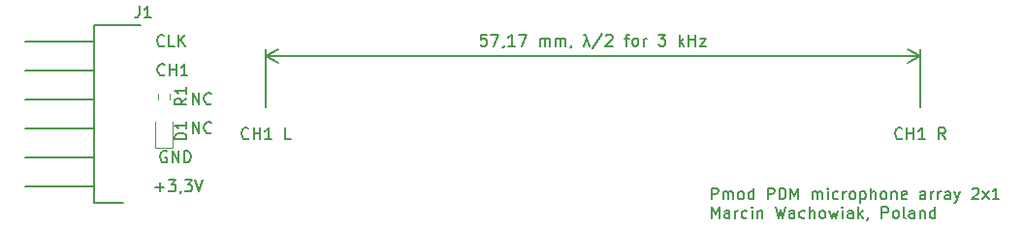
<source format=gto>
G04 #@! TF.GenerationSoftware,KiCad,Pcbnew,5.1.10-88a1d61d58~88~ubuntu18.04.1*
G04 #@! TF.CreationDate,2021-09-30T10:17:39+02:00*
G04 #@! TF.ProjectId,pmod_microphone_array_2x1,706d6f64-5f6d-4696-9372-6f70686f6e65,1.0.0*
G04 #@! TF.SameCoordinates,Original*
G04 #@! TF.FileFunction,Legend,Top*
G04 #@! TF.FilePolarity,Positive*
%FSLAX46Y46*%
G04 Gerber Fmt 4.6, Leading zero omitted, Abs format (unit mm)*
G04 Created by KiCad (PCBNEW 5.1.10-88a1d61d58~88~ubuntu18.04.1) date 2021-09-30 10:17:39*
%MOMM*%
%LPD*%
G01*
G04 APERTURE LIST*
%ADD10C,0.150000*%
%ADD11C,0.152400*%
%ADD12C,0.200000*%
%ADD13C,0.120000*%
%ADD14C,0.800000*%
%ADD15R,1.200000X1.200000*%
%ADD16C,1.200000*%
G04 APERTURE END LIST*
D10*
X34774285Y-64460380D02*
X34774285Y-63460380D01*
X35345714Y-64460380D01*
X35345714Y-63460380D01*
X36393333Y-64365142D02*
X36345714Y-64412761D01*
X36202857Y-64460380D01*
X36107619Y-64460380D01*
X35964761Y-64412761D01*
X35869523Y-64317523D01*
X35821904Y-64222285D01*
X35774285Y-64031809D01*
X35774285Y-63888952D01*
X35821904Y-63698476D01*
X35869523Y-63603238D01*
X35964761Y-63508000D01*
X36107619Y-63460380D01*
X36202857Y-63460380D01*
X36345714Y-63508000D01*
X36393333Y-63555619D01*
X34774285Y-61920380D02*
X34774285Y-60920380D01*
X35345714Y-61920380D01*
X35345714Y-60920380D01*
X36393333Y-61825142D02*
X36345714Y-61872761D01*
X36202857Y-61920380D01*
X36107619Y-61920380D01*
X35964761Y-61872761D01*
X35869523Y-61777523D01*
X35821904Y-61682285D01*
X35774285Y-61491809D01*
X35774285Y-61348952D01*
X35821904Y-61158476D01*
X35869523Y-61063238D01*
X35964761Y-60968000D01*
X36107619Y-60920380D01*
X36202857Y-60920380D01*
X36345714Y-60968000D01*
X36393333Y-61015619D01*
X32512095Y-66048000D02*
X32416857Y-66000380D01*
X32274000Y-66000380D01*
X32131142Y-66048000D01*
X32035904Y-66143238D01*
X31988285Y-66238476D01*
X31940666Y-66428952D01*
X31940666Y-66571809D01*
X31988285Y-66762285D01*
X32035904Y-66857523D01*
X32131142Y-66952761D01*
X32274000Y-67000380D01*
X32369238Y-67000380D01*
X32512095Y-66952761D01*
X32559714Y-66905142D01*
X32559714Y-66571809D01*
X32369238Y-66571809D01*
X32988285Y-67000380D02*
X32988285Y-66000380D01*
X33559714Y-67000380D01*
X33559714Y-66000380D01*
X34035904Y-67000380D02*
X34035904Y-66000380D01*
X34274000Y-66000380D01*
X34416857Y-66048000D01*
X34512095Y-66143238D01*
X34559714Y-66238476D01*
X34607333Y-66428952D01*
X34607333Y-66571809D01*
X34559714Y-66762285D01*
X34512095Y-66857523D01*
X34416857Y-66952761D01*
X34274000Y-67000380D01*
X34035904Y-67000380D01*
X31528000Y-69159428D02*
X32289904Y-69159428D01*
X31908952Y-69540380D02*
X31908952Y-68778476D01*
X32670857Y-68540380D02*
X33289904Y-68540380D01*
X32956571Y-68921333D01*
X33099428Y-68921333D01*
X33194666Y-68968952D01*
X33242285Y-69016571D01*
X33289904Y-69111809D01*
X33289904Y-69349904D01*
X33242285Y-69445142D01*
X33194666Y-69492761D01*
X33099428Y-69540380D01*
X32813714Y-69540380D01*
X32718476Y-69492761D01*
X32670857Y-69445142D01*
X33766095Y-69492761D02*
X33766095Y-69540380D01*
X33718476Y-69635619D01*
X33670857Y-69683238D01*
X34099428Y-68540380D02*
X34718476Y-68540380D01*
X34385142Y-68921333D01*
X34528000Y-68921333D01*
X34623238Y-68968952D01*
X34670857Y-69016571D01*
X34718476Y-69111809D01*
X34718476Y-69349904D01*
X34670857Y-69445142D01*
X34623238Y-69492761D01*
X34528000Y-69540380D01*
X34242285Y-69540380D01*
X34147047Y-69492761D01*
X34099428Y-69445142D01*
X35004190Y-68540380D02*
X35337523Y-69540380D01*
X35670857Y-68540380D01*
X32329523Y-59285142D02*
X32281904Y-59332761D01*
X32139047Y-59380380D01*
X32043809Y-59380380D01*
X31900952Y-59332761D01*
X31805714Y-59237523D01*
X31758095Y-59142285D01*
X31710476Y-58951809D01*
X31710476Y-58808952D01*
X31758095Y-58618476D01*
X31805714Y-58523238D01*
X31900952Y-58428000D01*
X32043809Y-58380380D01*
X32139047Y-58380380D01*
X32281904Y-58428000D01*
X32329523Y-58475619D01*
X32758095Y-59380380D02*
X32758095Y-58380380D01*
X32758095Y-58856571D02*
X33329523Y-58856571D01*
X33329523Y-59380380D02*
X33329523Y-58380380D01*
X34329523Y-59380380D02*
X33758095Y-59380380D01*
X34043809Y-59380380D02*
X34043809Y-58380380D01*
X33948571Y-58523238D01*
X33853333Y-58618476D01*
X33758095Y-58666095D01*
X32297761Y-56745142D02*
X32250142Y-56792761D01*
X32107285Y-56840380D01*
X32012047Y-56840380D01*
X31869190Y-56792761D01*
X31773952Y-56697523D01*
X31726333Y-56602285D01*
X31678714Y-56411809D01*
X31678714Y-56268952D01*
X31726333Y-56078476D01*
X31773952Y-55983238D01*
X31869190Y-55888000D01*
X32012047Y-55840380D01*
X32107285Y-55840380D01*
X32250142Y-55888000D01*
X32297761Y-55935619D01*
X33202523Y-56840380D02*
X32726333Y-56840380D01*
X32726333Y-55840380D01*
X33535857Y-56840380D02*
X33535857Y-55840380D01*
X34107285Y-56840380D02*
X33678714Y-56268952D01*
X34107285Y-55840380D02*
X33535857Y-56411809D01*
X96726571Y-64873142D02*
X96678952Y-64920761D01*
X96536095Y-64968380D01*
X96440857Y-64968380D01*
X96298000Y-64920761D01*
X96202761Y-64825523D01*
X96155142Y-64730285D01*
X96107523Y-64539809D01*
X96107523Y-64396952D01*
X96155142Y-64206476D01*
X96202761Y-64111238D01*
X96298000Y-64016000D01*
X96440857Y-63968380D01*
X96536095Y-63968380D01*
X96678952Y-64016000D01*
X96726571Y-64063619D01*
X97155142Y-64968380D02*
X97155142Y-63968380D01*
X97155142Y-64444571D02*
X97726571Y-64444571D01*
X97726571Y-64968380D02*
X97726571Y-63968380D01*
X98726571Y-64968380D02*
X98155142Y-64968380D01*
X98440857Y-64968380D02*
X98440857Y-63968380D01*
X98345619Y-64111238D01*
X98250380Y-64206476D01*
X98155142Y-64254095D01*
X100488476Y-64968380D02*
X100155142Y-64492190D01*
X99917047Y-64968380D02*
X99917047Y-63968380D01*
X100298000Y-63968380D01*
X100393238Y-64016000D01*
X100440857Y-64063619D01*
X100488476Y-64158857D01*
X100488476Y-64301714D01*
X100440857Y-64396952D01*
X100393238Y-64444571D01*
X100298000Y-64492190D01*
X99917047Y-64492190D01*
X39671809Y-64873142D02*
X39624190Y-64920761D01*
X39481333Y-64968380D01*
X39386095Y-64968380D01*
X39243238Y-64920761D01*
X39148000Y-64825523D01*
X39100380Y-64730285D01*
X39052761Y-64539809D01*
X39052761Y-64396952D01*
X39100380Y-64206476D01*
X39148000Y-64111238D01*
X39243238Y-64016000D01*
X39386095Y-63968380D01*
X39481333Y-63968380D01*
X39624190Y-64016000D01*
X39671809Y-64063619D01*
X40100380Y-64968380D02*
X40100380Y-63968380D01*
X40100380Y-64444571D02*
X40671809Y-64444571D01*
X40671809Y-64968380D02*
X40671809Y-63968380D01*
X41671809Y-64968380D02*
X41100380Y-64968380D01*
X41386095Y-64968380D02*
X41386095Y-63968380D01*
X41290857Y-64111238D01*
X41195619Y-64206476D01*
X41100380Y-64254095D01*
X43338476Y-64968380D02*
X42862285Y-64968380D01*
X42862285Y-63968380D01*
D11*
X60443857Y-55780819D02*
X59960047Y-55780819D01*
X59911666Y-56264628D01*
X59960047Y-56216247D01*
X60056809Y-56167866D01*
X60298714Y-56167866D01*
X60395476Y-56216247D01*
X60443857Y-56264628D01*
X60492238Y-56361390D01*
X60492238Y-56603295D01*
X60443857Y-56700057D01*
X60395476Y-56748438D01*
X60298714Y-56796819D01*
X60056809Y-56796819D01*
X59960047Y-56748438D01*
X59911666Y-56700057D01*
X60830904Y-55780819D02*
X61508238Y-55780819D01*
X61072809Y-56796819D01*
X61943666Y-56748438D02*
X61943666Y-56796819D01*
X61895285Y-56893580D01*
X61846904Y-56941961D01*
X62911285Y-56796819D02*
X62330714Y-56796819D01*
X62620999Y-56796819D02*
X62620999Y-55780819D01*
X62524238Y-55925961D01*
X62427476Y-56022723D01*
X62330714Y-56071104D01*
X63249952Y-55780819D02*
X63927285Y-55780819D01*
X63491857Y-56796819D01*
X65088428Y-56796819D02*
X65088428Y-56119485D01*
X65088428Y-56216247D02*
X65136809Y-56167866D01*
X65233571Y-56119485D01*
X65378714Y-56119485D01*
X65475476Y-56167866D01*
X65523857Y-56264628D01*
X65523857Y-56796819D01*
X65523857Y-56264628D02*
X65572238Y-56167866D01*
X65668999Y-56119485D01*
X65814142Y-56119485D01*
X65910904Y-56167866D01*
X65959285Y-56264628D01*
X65959285Y-56796819D01*
X66443095Y-56796819D02*
X66443095Y-56119485D01*
X66443095Y-56216247D02*
X66491476Y-56167866D01*
X66588238Y-56119485D01*
X66733380Y-56119485D01*
X66830142Y-56167866D01*
X66878523Y-56264628D01*
X66878523Y-56796819D01*
X66878523Y-56264628D02*
X66926904Y-56167866D01*
X67023666Y-56119485D01*
X67168809Y-56119485D01*
X67265571Y-56167866D01*
X67313952Y-56264628D01*
X67313952Y-56796819D01*
X67846142Y-56748438D02*
X67846142Y-56796819D01*
X67797761Y-56893580D01*
X67749380Y-56941961D01*
X69200809Y-56119485D02*
X68958904Y-56796819D01*
X68958904Y-55780819D02*
X69055666Y-55780819D01*
X69104047Y-55829200D01*
X69200809Y-56119485D01*
X69442714Y-56796819D01*
X70555476Y-55732438D02*
X69684619Y-57038723D01*
X70845761Y-55877580D02*
X70894142Y-55829200D01*
X70990904Y-55780819D01*
X71232809Y-55780819D01*
X71329571Y-55829200D01*
X71377952Y-55877580D01*
X71426333Y-55974342D01*
X71426333Y-56071104D01*
X71377952Y-56216247D01*
X70797380Y-56796819D01*
X71426333Y-56796819D01*
X72490714Y-56119485D02*
X72877761Y-56119485D01*
X72635857Y-56796819D02*
X72635857Y-55925961D01*
X72684238Y-55829200D01*
X72781000Y-55780819D01*
X72877761Y-55780819D01*
X73361571Y-56796819D02*
X73264809Y-56748438D01*
X73216428Y-56700057D01*
X73168047Y-56603295D01*
X73168047Y-56313009D01*
X73216428Y-56216247D01*
X73264809Y-56167866D01*
X73361571Y-56119485D01*
X73506714Y-56119485D01*
X73603476Y-56167866D01*
X73651857Y-56216247D01*
X73700238Y-56313009D01*
X73700238Y-56603295D01*
X73651857Y-56700057D01*
X73603476Y-56748438D01*
X73506714Y-56796819D01*
X73361571Y-56796819D01*
X74135666Y-56796819D02*
X74135666Y-56119485D01*
X74135666Y-56313009D02*
X74184047Y-56216247D01*
X74232428Y-56167866D01*
X74329190Y-56119485D01*
X74425952Y-56119485D01*
X75441952Y-55780819D02*
X76070904Y-55780819D01*
X75732238Y-56167866D01*
X75877380Y-56167866D01*
X75974142Y-56216247D01*
X76022523Y-56264628D01*
X76070904Y-56361390D01*
X76070904Y-56603295D01*
X76022523Y-56700057D01*
X75974142Y-56748438D01*
X75877380Y-56796819D01*
X75587095Y-56796819D01*
X75490333Y-56748438D01*
X75441952Y-56700057D01*
X77280428Y-56796819D02*
X77280428Y-55780819D01*
X77377190Y-56409771D02*
X77667476Y-56796819D01*
X77667476Y-56119485D02*
X77280428Y-56506533D01*
X78102904Y-56796819D02*
X78102904Y-55780819D01*
X78102904Y-56264628D02*
X78683476Y-56264628D01*
X78683476Y-56796819D02*
X78683476Y-55780819D01*
X79070523Y-56119485D02*
X79602714Y-56119485D01*
X79070523Y-56796819D01*
X79602714Y-56796819D01*
X41148000Y-57658000D02*
X98318000Y-57658000D01*
X41148000Y-62700000D02*
X41148000Y-57071579D01*
X98318000Y-62700000D02*
X98318000Y-57071579D01*
X98318000Y-57658000D02*
X97191496Y-58244421D01*
X98318000Y-57658000D02*
X97191496Y-57071579D01*
X41148000Y-57658000D02*
X42274504Y-58244421D01*
X41148000Y-57658000D02*
X42274504Y-57071579D01*
D10*
X80091595Y-70239380D02*
X80091595Y-69239380D01*
X80472547Y-69239380D01*
X80567785Y-69287000D01*
X80615404Y-69334619D01*
X80663023Y-69429857D01*
X80663023Y-69572714D01*
X80615404Y-69667952D01*
X80567785Y-69715571D01*
X80472547Y-69763190D01*
X80091595Y-69763190D01*
X81091595Y-70239380D02*
X81091595Y-69572714D01*
X81091595Y-69667952D02*
X81139214Y-69620333D01*
X81234452Y-69572714D01*
X81377309Y-69572714D01*
X81472547Y-69620333D01*
X81520166Y-69715571D01*
X81520166Y-70239380D01*
X81520166Y-69715571D02*
X81567785Y-69620333D01*
X81663023Y-69572714D01*
X81805880Y-69572714D01*
X81901119Y-69620333D01*
X81948738Y-69715571D01*
X81948738Y-70239380D01*
X82567785Y-70239380D02*
X82472547Y-70191761D01*
X82424928Y-70144142D01*
X82377309Y-70048904D01*
X82377309Y-69763190D01*
X82424928Y-69667952D01*
X82472547Y-69620333D01*
X82567785Y-69572714D01*
X82710642Y-69572714D01*
X82805880Y-69620333D01*
X82853500Y-69667952D01*
X82901119Y-69763190D01*
X82901119Y-70048904D01*
X82853500Y-70144142D01*
X82805880Y-70191761D01*
X82710642Y-70239380D01*
X82567785Y-70239380D01*
X83758261Y-70239380D02*
X83758261Y-69239380D01*
X83758261Y-70191761D02*
X83663023Y-70239380D01*
X83472547Y-70239380D01*
X83377309Y-70191761D01*
X83329690Y-70144142D01*
X83282071Y-70048904D01*
X83282071Y-69763190D01*
X83329690Y-69667952D01*
X83377309Y-69620333D01*
X83472547Y-69572714D01*
X83663023Y-69572714D01*
X83758261Y-69620333D01*
X84996357Y-70239380D02*
X84996357Y-69239380D01*
X85377309Y-69239380D01*
X85472547Y-69287000D01*
X85520166Y-69334619D01*
X85567785Y-69429857D01*
X85567785Y-69572714D01*
X85520166Y-69667952D01*
X85472547Y-69715571D01*
X85377309Y-69763190D01*
X84996357Y-69763190D01*
X85996357Y-70239380D02*
X85996357Y-69239380D01*
X86234452Y-69239380D01*
X86377309Y-69287000D01*
X86472547Y-69382238D01*
X86520166Y-69477476D01*
X86567785Y-69667952D01*
X86567785Y-69810809D01*
X86520166Y-70001285D01*
X86472547Y-70096523D01*
X86377309Y-70191761D01*
X86234452Y-70239380D01*
X85996357Y-70239380D01*
X86996357Y-70239380D02*
X86996357Y-69239380D01*
X87329690Y-69953666D01*
X87663023Y-69239380D01*
X87663023Y-70239380D01*
X88901119Y-70239380D02*
X88901119Y-69572714D01*
X88901119Y-69667952D02*
X88948738Y-69620333D01*
X89043976Y-69572714D01*
X89186833Y-69572714D01*
X89282071Y-69620333D01*
X89329690Y-69715571D01*
X89329690Y-70239380D01*
X89329690Y-69715571D02*
X89377309Y-69620333D01*
X89472547Y-69572714D01*
X89615404Y-69572714D01*
X89710642Y-69620333D01*
X89758261Y-69715571D01*
X89758261Y-70239380D01*
X90234452Y-70239380D02*
X90234452Y-69572714D01*
X90234452Y-69239380D02*
X90186833Y-69287000D01*
X90234452Y-69334619D01*
X90282071Y-69287000D01*
X90234452Y-69239380D01*
X90234452Y-69334619D01*
X91139214Y-70191761D02*
X91043976Y-70239380D01*
X90853500Y-70239380D01*
X90758261Y-70191761D01*
X90710642Y-70144142D01*
X90663023Y-70048904D01*
X90663023Y-69763190D01*
X90710642Y-69667952D01*
X90758261Y-69620333D01*
X90853500Y-69572714D01*
X91043976Y-69572714D01*
X91139214Y-69620333D01*
X91567785Y-70239380D02*
X91567785Y-69572714D01*
X91567785Y-69763190D02*
X91615404Y-69667952D01*
X91663023Y-69620333D01*
X91758261Y-69572714D01*
X91853500Y-69572714D01*
X92329690Y-70239380D02*
X92234452Y-70191761D01*
X92186833Y-70144142D01*
X92139214Y-70048904D01*
X92139214Y-69763190D01*
X92186833Y-69667952D01*
X92234452Y-69620333D01*
X92329690Y-69572714D01*
X92472547Y-69572714D01*
X92567785Y-69620333D01*
X92615404Y-69667952D01*
X92663023Y-69763190D01*
X92663023Y-70048904D01*
X92615404Y-70144142D01*
X92567785Y-70191761D01*
X92472547Y-70239380D01*
X92329690Y-70239380D01*
X93091595Y-69572714D02*
X93091595Y-70572714D01*
X93091595Y-69620333D02*
X93186833Y-69572714D01*
X93377309Y-69572714D01*
X93472547Y-69620333D01*
X93520166Y-69667952D01*
X93567785Y-69763190D01*
X93567785Y-70048904D01*
X93520166Y-70144142D01*
X93472547Y-70191761D01*
X93377309Y-70239380D01*
X93186833Y-70239380D01*
X93091595Y-70191761D01*
X93996357Y-70239380D02*
X93996357Y-69239380D01*
X94424928Y-70239380D02*
X94424928Y-69715571D01*
X94377309Y-69620333D01*
X94282071Y-69572714D01*
X94139214Y-69572714D01*
X94043976Y-69620333D01*
X93996357Y-69667952D01*
X95043976Y-70239380D02*
X94948738Y-70191761D01*
X94901119Y-70144142D01*
X94853500Y-70048904D01*
X94853500Y-69763190D01*
X94901119Y-69667952D01*
X94948738Y-69620333D01*
X95043976Y-69572714D01*
X95186833Y-69572714D01*
X95282071Y-69620333D01*
X95329690Y-69667952D01*
X95377309Y-69763190D01*
X95377309Y-70048904D01*
X95329690Y-70144142D01*
X95282071Y-70191761D01*
X95186833Y-70239380D01*
X95043976Y-70239380D01*
X95805880Y-69572714D02*
X95805880Y-70239380D01*
X95805880Y-69667952D02*
X95853500Y-69620333D01*
X95948738Y-69572714D01*
X96091595Y-69572714D01*
X96186833Y-69620333D01*
X96234452Y-69715571D01*
X96234452Y-70239380D01*
X97091595Y-70191761D02*
X96996357Y-70239380D01*
X96805880Y-70239380D01*
X96710642Y-70191761D01*
X96663023Y-70096523D01*
X96663023Y-69715571D01*
X96710642Y-69620333D01*
X96805880Y-69572714D01*
X96996357Y-69572714D01*
X97091595Y-69620333D01*
X97139214Y-69715571D01*
X97139214Y-69810809D01*
X96663023Y-69906047D01*
X98758261Y-70239380D02*
X98758261Y-69715571D01*
X98710642Y-69620333D01*
X98615404Y-69572714D01*
X98424928Y-69572714D01*
X98329690Y-69620333D01*
X98758261Y-70191761D02*
X98663023Y-70239380D01*
X98424928Y-70239380D01*
X98329690Y-70191761D01*
X98282071Y-70096523D01*
X98282071Y-70001285D01*
X98329690Y-69906047D01*
X98424928Y-69858428D01*
X98663023Y-69858428D01*
X98758261Y-69810809D01*
X99234452Y-70239380D02*
X99234452Y-69572714D01*
X99234452Y-69763190D02*
X99282071Y-69667952D01*
X99329690Y-69620333D01*
X99424928Y-69572714D01*
X99520166Y-69572714D01*
X99853500Y-70239380D02*
X99853500Y-69572714D01*
X99853500Y-69763190D02*
X99901119Y-69667952D01*
X99948738Y-69620333D01*
X100043976Y-69572714D01*
X100139214Y-69572714D01*
X100901119Y-70239380D02*
X100901119Y-69715571D01*
X100853500Y-69620333D01*
X100758261Y-69572714D01*
X100567785Y-69572714D01*
X100472547Y-69620333D01*
X100901119Y-70191761D02*
X100805880Y-70239380D01*
X100567785Y-70239380D01*
X100472547Y-70191761D01*
X100424928Y-70096523D01*
X100424928Y-70001285D01*
X100472547Y-69906047D01*
X100567785Y-69858428D01*
X100805880Y-69858428D01*
X100901119Y-69810809D01*
X101282071Y-69572714D02*
X101520166Y-70239380D01*
X101758261Y-69572714D02*
X101520166Y-70239380D01*
X101424928Y-70477476D01*
X101377309Y-70525095D01*
X101282071Y-70572714D01*
X102853500Y-69334619D02*
X102901119Y-69287000D01*
X102996357Y-69239380D01*
X103234452Y-69239380D01*
X103329690Y-69287000D01*
X103377309Y-69334619D01*
X103424928Y-69429857D01*
X103424928Y-69525095D01*
X103377309Y-69667952D01*
X102805880Y-70239380D01*
X103424928Y-70239380D01*
X103758261Y-70239380D02*
X104282071Y-69572714D01*
X103758261Y-69572714D02*
X104282071Y-70239380D01*
X105186833Y-70239380D02*
X104615404Y-70239380D01*
X104901119Y-70239380D02*
X104901119Y-69239380D01*
X104805880Y-69382238D01*
X104710642Y-69477476D01*
X104615404Y-69525095D01*
X80091595Y-71889380D02*
X80091595Y-70889380D01*
X80424928Y-71603666D01*
X80758261Y-70889380D01*
X80758261Y-71889380D01*
X81663023Y-71889380D02*
X81663023Y-71365571D01*
X81615404Y-71270333D01*
X81520166Y-71222714D01*
X81329690Y-71222714D01*
X81234452Y-71270333D01*
X81663023Y-71841761D02*
X81567785Y-71889380D01*
X81329690Y-71889380D01*
X81234452Y-71841761D01*
X81186833Y-71746523D01*
X81186833Y-71651285D01*
X81234452Y-71556047D01*
X81329690Y-71508428D01*
X81567785Y-71508428D01*
X81663023Y-71460809D01*
X82139214Y-71889380D02*
X82139214Y-71222714D01*
X82139214Y-71413190D02*
X82186833Y-71317952D01*
X82234452Y-71270333D01*
X82329690Y-71222714D01*
X82424928Y-71222714D01*
X83186833Y-71841761D02*
X83091595Y-71889380D01*
X82901119Y-71889380D01*
X82805880Y-71841761D01*
X82758261Y-71794142D01*
X82710642Y-71698904D01*
X82710642Y-71413190D01*
X82758261Y-71317952D01*
X82805880Y-71270333D01*
X82901119Y-71222714D01*
X83091595Y-71222714D01*
X83186833Y-71270333D01*
X83615404Y-71889380D02*
X83615404Y-71222714D01*
X83615404Y-70889380D02*
X83567785Y-70937000D01*
X83615404Y-70984619D01*
X83663023Y-70937000D01*
X83615404Y-70889380D01*
X83615404Y-70984619D01*
X84091595Y-71222714D02*
X84091595Y-71889380D01*
X84091595Y-71317952D02*
X84139214Y-71270333D01*
X84234452Y-71222714D01*
X84377309Y-71222714D01*
X84472547Y-71270333D01*
X84520166Y-71365571D01*
X84520166Y-71889380D01*
X85663023Y-70889380D02*
X85901119Y-71889380D01*
X86091595Y-71175095D01*
X86282071Y-71889380D01*
X86520166Y-70889380D01*
X87329690Y-71889380D02*
X87329690Y-71365571D01*
X87282071Y-71270333D01*
X87186833Y-71222714D01*
X86996357Y-71222714D01*
X86901119Y-71270333D01*
X87329690Y-71841761D02*
X87234452Y-71889380D01*
X86996357Y-71889380D01*
X86901119Y-71841761D01*
X86853500Y-71746523D01*
X86853500Y-71651285D01*
X86901119Y-71556047D01*
X86996357Y-71508428D01*
X87234452Y-71508428D01*
X87329690Y-71460809D01*
X88234452Y-71841761D02*
X88139214Y-71889380D01*
X87948738Y-71889380D01*
X87853500Y-71841761D01*
X87805880Y-71794142D01*
X87758261Y-71698904D01*
X87758261Y-71413190D01*
X87805880Y-71317952D01*
X87853500Y-71270333D01*
X87948738Y-71222714D01*
X88139214Y-71222714D01*
X88234452Y-71270333D01*
X88663023Y-71889380D02*
X88663023Y-70889380D01*
X89091595Y-71889380D02*
X89091595Y-71365571D01*
X89043976Y-71270333D01*
X88948738Y-71222714D01*
X88805880Y-71222714D01*
X88710642Y-71270333D01*
X88663023Y-71317952D01*
X89710642Y-71889380D02*
X89615404Y-71841761D01*
X89567785Y-71794142D01*
X89520166Y-71698904D01*
X89520166Y-71413190D01*
X89567785Y-71317952D01*
X89615404Y-71270333D01*
X89710642Y-71222714D01*
X89853500Y-71222714D01*
X89948738Y-71270333D01*
X89996357Y-71317952D01*
X90043976Y-71413190D01*
X90043976Y-71698904D01*
X89996357Y-71794142D01*
X89948738Y-71841761D01*
X89853500Y-71889380D01*
X89710642Y-71889380D01*
X90377309Y-71222714D02*
X90567785Y-71889380D01*
X90758261Y-71413190D01*
X90948738Y-71889380D01*
X91139214Y-71222714D01*
X91520166Y-71889380D02*
X91520166Y-71222714D01*
X91520166Y-70889380D02*
X91472547Y-70937000D01*
X91520166Y-70984619D01*
X91567785Y-70937000D01*
X91520166Y-70889380D01*
X91520166Y-70984619D01*
X92424928Y-71889380D02*
X92424928Y-71365571D01*
X92377309Y-71270333D01*
X92282071Y-71222714D01*
X92091595Y-71222714D01*
X91996357Y-71270333D01*
X92424928Y-71841761D02*
X92329690Y-71889380D01*
X92091595Y-71889380D01*
X91996357Y-71841761D01*
X91948738Y-71746523D01*
X91948738Y-71651285D01*
X91996357Y-71556047D01*
X92091595Y-71508428D01*
X92329690Y-71508428D01*
X92424928Y-71460809D01*
X92901119Y-71889380D02*
X92901119Y-70889380D01*
X92996357Y-71508428D02*
X93282071Y-71889380D01*
X93282071Y-71222714D02*
X92901119Y-71603666D01*
X93758261Y-71841761D02*
X93758261Y-71889380D01*
X93710642Y-71984619D01*
X93663023Y-72032238D01*
X94948738Y-71889380D02*
X94948738Y-70889380D01*
X95329690Y-70889380D01*
X95424928Y-70937000D01*
X95472547Y-70984619D01*
X95520166Y-71079857D01*
X95520166Y-71222714D01*
X95472547Y-71317952D01*
X95424928Y-71365571D01*
X95329690Y-71413190D01*
X94948738Y-71413190D01*
X96091595Y-71889380D02*
X95996357Y-71841761D01*
X95948738Y-71794142D01*
X95901119Y-71698904D01*
X95901119Y-71413190D01*
X95948738Y-71317952D01*
X95996357Y-71270333D01*
X96091595Y-71222714D01*
X96234452Y-71222714D01*
X96329690Y-71270333D01*
X96377309Y-71317952D01*
X96424928Y-71413190D01*
X96424928Y-71698904D01*
X96377309Y-71794142D01*
X96329690Y-71841761D01*
X96234452Y-71889380D01*
X96091595Y-71889380D01*
X96996357Y-71889380D02*
X96901119Y-71841761D01*
X96853500Y-71746523D01*
X96853500Y-70889380D01*
X97805880Y-71889380D02*
X97805880Y-71365571D01*
X97758261Y-71270333D01*
X97663023Y-71222714D01*
X97472547Y-71222714D01*
X97377309Y-71270333D01*
X97805880Y-71841761D02*
X97710642Y-71889380D01*
X97472547Y-71889380D01*
X97377309Y-71841761D01*
X97329690Y-71746523D01*
X97329690Y-71651285D01*
X97377309Y-71556047D01*
X97472547Y-71508428D01*
X97710642Y-71508428D01*
X97805880Y-71460809D01*
X98282071Y-71222714D02*
X98282071Y-71889380D01*
X98282071Y-71317952D02*
X98329690Y-71270333D01*
X98424928Y-71222714D01*
X98567785Y-71222714D01*
X98663023Y-71270333D01*
X98710642Y-71365571D01*
X98710642Y-71889380D01*
X99615404Y-71889380D02*
X99615404Y-70889380D01*
X99615404Y-71841761D02*
X99520166Y-71889380D01*
X99329690Y-71889380D01*
X99234452Y-71841761D01*
X99186833Y-71794142D01*
X99139214Y-71698904D01*
X99139214Y-71413190D01*
X99186833Y-71317952D01*
X99234452Y-71270333D01*
X99329690Y-71222714D01*
X99520166Y-71222714D01*
X99615404Y-71270333D01*
D12*
X30226000Y-54968000D02*
X26186000Y-54968000D01*
X26186000Y-54968000D02*
X26186000Y-70508000D01*
X26186000Y-70508000D02*
X28726000Y-70508000D01*
X26186000Y-56388000D02*
X20186000Y-56388000D01*
X26186000Y-58928000D02*
X20186000Y-58928000D01*
X26186000Y-61468000D02*
X20186000Y-61468000D01*
X26186000Y-64008000D02*
X20186000Y-64008000D01*
X26186000Y-66548000D02*
X20186000Y-66548000D01*
X26186000Y-69088000D02*
X20186000Y-69088000D01*
D13*
X32780500Y-60976742D02*
X32780500Y-61451258D01*
X31735500Y-60976742D02*
X31735500Y-61451258D01*
X31523000Y-63462000D02*
X31523000Y-65747000D01*
X31523000Y-65747000D02*
X32993000Y-65747000D01*
X32993000Y-65747000D02*
X32993000Y-63462000D01*
D10*
X30146666Y-53300380D02*
X30146666Y-54014666D01*
X30099047Y-54157523D01*
X30003809Y-54252761D01*
X29860952Y-54300380D01*
X29765714Y-54300380D01*
X31146666Y-54300380D02*
X30575238Y-54300380D01*
X30860952Y-54300380D02*
X30860952Y-53300380D01*
X30765714Y-53443238D01*
X30670476Y-53538476D01*
X30575238Y-53586095D01*
X34234380Y-61380666D02*
X33758190Y-61714000D01*
X34234380Y-61952095D02*
X33234380Y-61952095D01*
X33234380Y-61571142D01*
X33282000Y-61475904D01*
X33329619Y-61428285D01*
X33424857Y-61380666D01*
X33567714Y-61380666D01*
X33662952Y-61428285D01*
X33710571Y-61475904D01*
X33758190Y-61571142D01*
X33758190Y-61952095D01*
X34234380Y-60428285D02*
X34234380Y-60999714D01*
X34234380Y-60714000D02*
X33234380Y-60714000D01*
X33377238Y-60809238D01*
X33472476Y-60904476D01*
X33520095Y-60999714D01*
X34234380Y-65000095D02*
X33234380Y-65000095D01*
X33234380Y-64762000D01*
X33282000Y-64619142D01*
X33377238Y-64523904D01*
X33472476Y-64476285D01*
X33662952Y-64428666D01*
X33805809Y-64428666D01*
X33996285Y-64476285D01*
X34091523Y-64523904D01*
X34186761Y-64619142D01*
X34234380Y-64762000D01*
X34234380Y-65000095D01*
X34234380Y-63476285D02*
X34234380Y-64047714D01*
X34234380Y-63762000D02*
X33234380Y-63762000D01*
X33377238Y-63857238D01*
X33472476Y-63952476D01*
X33520095Y-64047714D01*
%LPC*%
D14*
X98318000Y-62656000D03*
X41148000Y-62656000D03*
D15*
X30226000Y-56388000D03*
D16*
X30226000Y-58928000D03*
X30226000Y-61468000D03*
X30226000Y-64008000D03*
X30226000Y-66548000D03*
X30226000Y-69088000D03*
G36*
G01*
X31983000Y-61639000D02*
X32533000Y-61639000D01*
G75*
G02*
X32733000Y-61839000I0J-200000D01*
G01*
X32733000Y-62239000D01*
G75*
G02*
X32533000Y-62439000I-200000J0D01*
G01*
X31983000Y-62439000D01*
G75*
G02*
X31783000Y-62239000I0J200000D01*
G01*
X31783000Y-61839000D01*
G75*
G02*
X31983000Y-61639000I200000J0D01*
G01*
G37*
G36*
G01*
X31983000Y-59989000D02*
X32533000Y-59989000D01*
G75*
G02*
X32733000Y-60189000I0J-200000D01*
G01*
X32733000Y-60589000D01*
G75*
G02*
X32533000Y-60789000I-200000J0D01*
G01*
X31983000Y-60789000D01*
G75*
G02*
X31783000Y-60589000I0J200000D01*
G01*
X31783000Y-60189000D01*
G75*
G02*
X31983000Y-59989000I200000J0D01*
G01*
G37*
G36*
G01*
X32514250Y-63912000D02*
X32001750Y-63912000D01*
G75*
G02*
X31783000Y-63693250I0J218750D01*
G01*
X31783000Y-63255750D01*
G75*
G02*
X32001750Y-63037000I218750J0D01*
G01*
X32514250Y-63037000D01*
G75*
G02*
X32733000Y-63255750I0J-218750D01*
G01*
X32733000Y-63693250D01*
G75*
G02*
X32514250Y-63912000I-218750J0D01*
G01*
G37*
G36*
G01*
X32514250Y-65487000D02*
X32001750Y-65487000D01*
G75*
G02*
X31783000Y-65268250I0J218750D01*
G01*
X31783000Y-64830750D01*
G75*
G02*
X32001750Y-64612000I218750J0D01*
G01*
X32514250Y-64612000D01*
G75*
G02*
X32733000Y-64830750I0J-218750D01*
G01*
X32733000Y-65268250D01*
G75*
G02*
X32514250Y-65487000I-218750J0D01*
G01*
G37*
M02*

</source>
